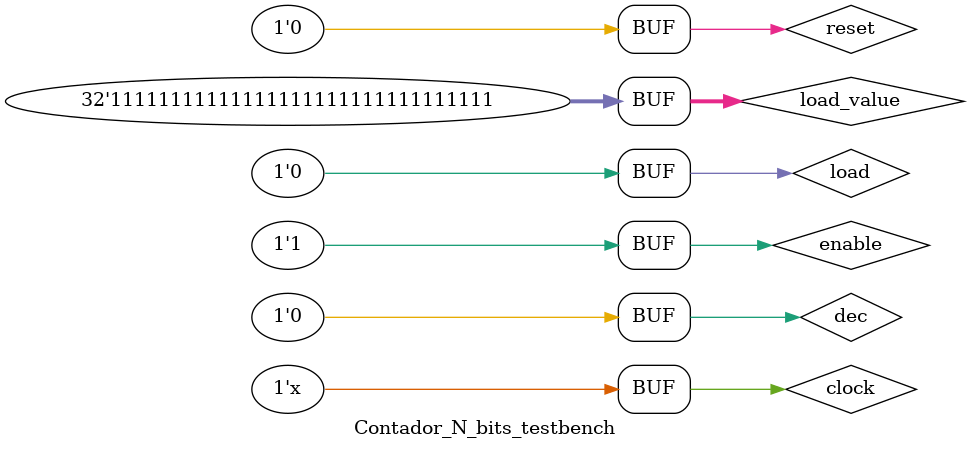
<source format=sv>
`timescale 1ns / 1ps


module Contador_N_bits_testbench();
	logic clock, reset, dec, enable, load;
	logic [31:0] load_value, counterN;

	Contador_N_bits #(.N(32)) DUT(
		.clock(clock),
		.reset(reset),
		.dec(dec),
		.enable(enable),
		.load(load),
		.load_value(load_value),
		.counterN(counterN)
		);
    always #5 clock=~clock;         //señal de clock
	initial begin

        clock = 0;
		reset = 1;				    //counterN = 0
		dec = 0;
		enable = 0;
		load = 0;
		load_value = 'd32;
		
		#10

		reset=0;
		enable = 1;
	
		#20					      //counterN = 'd20
		
		dec = 1;
	
		#20					//counterN = 'd0

		enable = 0;
	
		#20					//counterN = 'd0

		load = 1;				//counterN = 'd32

		#20					//counterN = 'd32
		
		enable = 1;				
		dec = 0;
	
		#20					//counterN = 'd52

		load = 1;				//counterN = 'd32

		#20					//counterN = 'd52

		load = 0;
		dec = 1;
		enable = 0;

		#20					//counterN = 'd52

		dec = 0;

		#20					//counterN = 'd52

		enable = 1;
		dec = 1;
		load = 1;

		#20					//counterN = 'd32

		reset = 1;			//counterN = 0
		dec = 0 ;
		
		#20
		
		reset = 1;          // counterN = 0
		load = 1;
		enable = 1;
		dec = 1;
		
		#20
		
		reset = 0;          //counterN = 'd32
		enable = 0;
		dec = 0;
		
		#20
		
		reset = 1;         // counterN = 0
		load = 0;
		enable = 1;
		dec = 1;
		
		#20
		
		reset = 0;
		load = 0;         
		enable = 1;
		dec = 1;
		
		#60
		
		reset = 0;
		load = 1;
		enable = 1;
		dec = 0;
		
		#20
		
		load = 0;
		
		#20
		
		load = 1;
		
		#20
		
		load_value = 'hFFFFFFFF;
		
		#40
		
		load = 0;
			
	
    end	
endmodule

	
		

</source>
